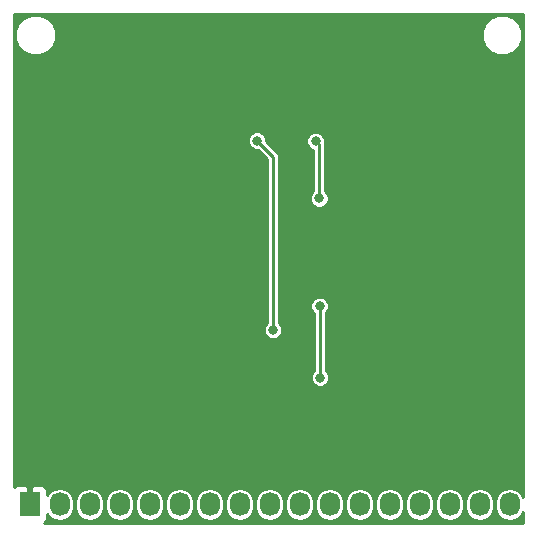
<source format=gbl>
G04 #@! TF.GenerationSoftware,KiCad,Pcbnew,(2017-01-24 revision 0b6147e)-makepkg*
G04 #@! TF.CreationDate,2017-10-03T08:04:23-07:00*
G04 #@! TF.ProjectId,OLED_1.5_128X128_breakout,4F4C45445F312E355F31323858313238,rev?*
G04 #@! TF.FileFunction,Copper,L2,Bot,Signal*
G04 #@! TF.FilePolarity,Positive*
%FSLAX46Y46*%
G04 Gerber Fmt 4.6, Leading zero omitted, Abs format (unit mm)*
G04 Created by KiCad (PCBNEW (2017-01-24 revision 0b6147e)-makepkg) date 10/03/17 08:04:23*
%MOMM*%
%LPD*%
G01*
G04 APERTURE LIST*
%ADD10C,0.100000*%
%ADD11R,1.727200X2.032000*%
%ADD12O,1.727200X2.032000*%
%ADD13C,0.800000*%
%ADD14C,0.254000*%
G04 APERTURE END LIST*
D10*
D11*
X51760000Y-89000000D03*
D12*
X54300000Y-89000000D03*
X56840000Y-89000000D03*
X59380000Y-89000000D03*
X61920000Y-89000000D03*
X64460000Y-89000000D03*
X67000000Y-89000000D03*
X69540000Y-89000000D03*
X72080000Y-89000000D03*
X74620000Y-89000000D03*
X77160000Y-89000000D03*
X79700000Y-89000000D03*
X82240000Y-89000000D03*
X84780000Y-89000000D03*
X87320000Y-89000000D03*
X89860000Y-89000000D03*
X92400000Y-89000000D03*
D13*
X80000000Y-60100000D03*
X63300000Y-60200000D03*
X78600000Y-61400000D03*
X63650000Y-70910000D03*
X81060000Y-67470000D03*
X78300000Y-67420000D03*
X57560000Y-66050000D03*
X66070000Y-66330000D03*
X57650000Y-69720000D03*
X57280000Y-62450000D03*
X59500000Y-83300000D03*
X54400000Y-80800000D03*
X76350000Y-78260000D03*
X76310000Y-72210000D03*
X76280000Y-63090000D03*
X75960000Y-58220000D03*
X72360000Y-74240000D03*
X71000000Y-58190000D03*
D14*
X81060000Y-67470000D02*
X81080000Y-67470000D01*
X66070000Y-66330000D02*
X66080000Y-66320000D01*
X76350000Y-72250000D02*
X76350000Y-78260000D01*
X76310000Y-72210000D02*
X76350000Y-72250000D01*
X76280000Y-58540000D02*
X76280000Y-63090000D01*
X75960000Y-58220000D02*
X76280000Y-58540000D01*
X72360000Y-59550000D02*
X72360000Y-74240000D01*
X71000000Y-58190000D02*
X72360000Y-59550000D01*
G36*
X93544000Y-88335173D02*
X93280065Y-87940166D01*
X92876288Y-87670371D01*
X92400000Y-87575631D01*
X91923712Y-87670371D01*
X91519935Y-87940166D01*
X91250140Y-88343943D01*
X91155400Y-88820231D01*
X91155400Y-89179769D01*
X91250140Y-89656057D01*
X91519935Y-90059834D01*
X91923712Y-90329629D01*
X92400000Y-90424369D01*
X92876288Y-90329629D01*
X93280065Y-90059834D01*
X93544000Y-89664827D01*
X93544000Y-90544000D01*
X52993626Y-90544000D01*
X53161927Y-90375698D01*
X53258600Y-90142309D01*
X53258600Y-89818379D01*
X53419935Y-90059834D01*
X53823712Y-90329629D01*
X54300000Y-90424369D01*
X54776288Y-90329629D01*
X55180065Y-90059834D01*
X55449860Y-89656057D01*
X55544600Y-89179769D01*
X55544600Y-88820231D01*
X55595400Y-88820231D01*
X55595400Y-89179769D01*
X55690140Y-89656057D01*
X55959935Y-90059834D01*
X56363712Y-90329629D01*
X56840000Y-90424369D01*
X57316288Y-90329629D01*
X57720065Y-90059834D01*
X57989860Y-89656057D01*
X58084600Y-89179769D01*
X58084600Y-88820231D01*
X58135400Y-88820231D01*
X58135400Y-89179769D01*
X58230140Y-89656057D01*
X58499935Y-90059834D01*
X58903712Y-90329629D01*
X59380000Y-90424369D01*
X59856288Y-90329629D01*
X60260065Y-90059834D01*
X60529860Y-89656057D01*
X60624600Y-89179769D01*
X60624600Y-88820231D01*
X60675400Y-88820231D01*
X60675400Y-89179769D01*
X60770140Y-89656057D01*
X61039935Y-90059834D01*
X61443712Y-90329629D01*
X61920000Y-90424369D01*
X62396288Y-90329629D01*
X62800065Y-90059834D01*
X63069860Y-89656057D01*
X63164600Y-89179769D01*
X63164600Y-88820231D01*
X63215400Y-88820231D01*
X63215400Y-89179769D01*
X63310140Y-89656057D01*
X63579935Y-90059834D01*
X63983712Y-90329629D01*
X64460000Y-90424369D01*
X64936288Y-90329629D01*
X65340065Y-90059834D01*
X65609860Y-89656057D01*
X65704600Y-89179769D01*
X65704600Y-88820231D01*
X65755400Y-88820231D01*
X65755400Y-89179769D01*
X65850140Y-89656057D01*
X66119935Y-90059834D01*
X66523712Y-90329629D01*
X67000000Y-90424369D01*
X67476288Y-90329629D01*
X67880065Y-90059834D01*
X68149860Y-89656057D01*
X68244600Y-89179769D01*
X68244600Y-88820231D01*
X68295400Y-88820231D01*
X68295400Y-89179769D01*
X68390140Y-89656057D01*
X68659935Y-90059834D01*
X69063712Y-90329629D01*
X69540000Y-90424369D01*
X70016288Y-90329629D01*
X70420065Y-90059834D01*
X70689860Y-89656057D01*
X70784600Y-89179769D01*
X70784600Y-88820231D01*
X70835400Y-88820231D01*
X70835400Y-89179769D01*
X70930140Y-89656057D01*
X71199935Y-90059834D01*
X71603712Y-90329629D01*
X72080000Y-90424369D01*
X72556288Y-90329629D01*
X72960065Y-90059834D01*
X73229860Y-89656057D01*
X73324600Y-89179769D01*
X73324600Y-88820231D01*
X73375400Y-88820231D01*
X73375400Y-89179769D01*
X73470140Y-89656057D01*
X73739935Y-90059834D01*
X74143712Y-90329629D01*
X74620000Y-90424369D01*
X75096288Y-90329629D01*
X75500065Y-90059834D01*
X75769860Y-89656057D01*
X75864600Y-89179769D01*
X75864600Y-88820231D01*
X75915400Y-88820231D01*
X75915400Y-89179769D01*
X76010140Y-89656057D01*
X76279935Y-90059834D01*
X76683712Y-90329629D01*
X77160000Y-90424369D01*
X77636288Y-90329629D01*
X78040065Y-90059834D01*
X78309860Y-89656057D01*
X78404600Y-89179769D01*
X78404600Y-88820231D01*
X78455400Y-88820231D01*
X78455400Y-89179769D01*
X78550140Y-89656057D01*
X78819935Y-90059834D01*
X79223712Y-90329629D01*
X79700000Y-90424369D01*
X80176288Y-90329629D01*
X80580065Y-90059834D01*
X80849860Y-89656057D01*
X80944600Y-89179769D01*
X80944600Y-88820231D01*
X80995400Y-88820231D01*
X80995400Y-89179769D01*
X81090140Y-89656057D01*
X81359935Y-90059834D01*
X81763712Y-90329629D01*
X82240000Y-90424369D01*
X82716288Y-90329629D01*
X83120065Y-90059834D01*
X83389860Y-89656057D01*
X83484600Y-89179769D01*
X83484600Y-88820231D01*
X83535400Y-88820231D01*
X83535400Y-89179769D01*
X83630140Y-89656057D01*
X83899935Y-90059834D01*
X84303712Y-90329629D01*
X84780000Y-90424369D01*
X85256288Y-90329629D01*
X85660065Y-90059834D01*
X85929860Y-89656057D01*
X86024600Y-89179769D01*
X86024600Y-88820231D01*
X86075400Y-88820231D01*
X86075400Y-89179769D01*
X86170140Y-89656057D01*
X86439935Y-90059834D01*
X86843712Y-90329629D01*
X87320000Y-90424369D01*
X87796288Y-90329629D01*
X88200065Y-90059834D01*
X88469860Y-89656057D01*
X88564600Y-89179769D01*
X88564600Y-88820231D01*
X88615400Y-88820231D01*
X88615400Y-89179769D01*
X88710140Y-89656057D01*
X88979935Y-90059834D01*
X89383712Y-90329629D01*
X89860000Y-90424369D01*
X90336288Y-90329629D01*
X90740065Y-90059834D01*
X91009860Y-89656057D01*
X91104600Y-89179769D01*
X91104600Y-88820231D01*
X91009860Y-88343943D01*
X90740065Y-87940166D01*
X90336288Y-87670371D01*
X89860000Y-87575631D01*
X89383712Y-87670371D01*
X88979935Y-87940166D01*
X88710140Y-88343943D01*
X88615400Y-88820231D01*
X88564600Y-88820231D01*
X88469860Y-88343943D01*
X88200065Y-87940166D01*
X87796288Y-87670371D01*
X87320000Y-87575631D01*
X86843712Y-87670371D01*
X86439935Y-87940166D01*
X86170140Y-88343943D01*
X86075400Y-88820231D01*
X86024600Y-88820231D01*
X85929860Y-88343943D01*
X85660065Y-87940166D01*
X85256288Y-87670371D01*
X84780000Y-87575631D01*
X84303712Y-87670371D01*
X83899935Y-87940166D01*
X83630140Y-88343943D01*
X83535400Y-88820231D01*
X83484600Y-88820231D01*
X83389860Y-88343943D01*
X83120065Y-87940166D01*
X82716288Y-87670371D01*
X82240000Y-87575631D01*
X81763712Y-87670371D01*
X81359935Y-87940166D01*
X81090140Y-88343943D01*
X80995400Y-88820231D01*
X80944600Y-88820231D01*
X80849860Y-88343943D01*
X80580065Y-87940166D01*
X80176288Y-87670371D01*
X79700000Y-87575631D01*
X79223712Y-87670371D01*
X78819935Y-87940166D01*
X78550140Y-88343943D01*
X78455400Y-88820231D01*
X78404600Y-88820231D01*
X78309860Y-88343943D01*
X78040065Y-87940166D01*
X77636288Y-87670371D01*
X77160000Y-87575631D01*
X76683712Y-87670371D01*
X76279935Y-87940166D01*
X76010140Y-88343943D01*
X75915400Y-88820231D01*
X75864600Y-88820231D01*
X75769860Y-88343943D01*
X75500065Y-87940166D01*
X75096288Y-87670371D01*
X74620000Y-87575631D01*
X74143712Y-87670371D01*
X73739935Y-87940166D01*
X73470140Y-88343943D01*
X73375400Y-88820231D01*
X73324600Y-88820231D01*
X73229860Y-88343943D01*
X72960065Y-87940166D01*
X72556288Y-87670371D01*
X72080000Y-87575631D01*
X71603712Y-87670371D01*
X71199935Y-87940166D01*
X70930140Y-88343943D01*
X70835400Y-88820231D01*
X70784600Y-88820231D01*
X70689860Y-88343943D01*
X70420065Y-87940166D01*
X70016288Y-87670371D01*
X69540000Y-87575631D01*
X69063712Y-87670371D01*
X68659935Y-87940166D01*
X68390140Y-88343943D01*
X68295400Y-88820231D01*
X68244600Y-88820231D01*
X68149860Y-88343943D01*
X67880065Y-87940166D01*
X67476288Y-87670371D01*
X67000000Y-87575631D01*
X66523712Y-87670371D01*
X66119935Y-87940166D01*
X65850140Y-88343943D01*
X65755400Y-88820231D01*
X65704600Y-88820231D01*
X65609860Y-88343943D01*
X65340065Y-87940166D01*
X64936288Y-87670371D01*
X64460000Y-87575631D01*
X63983712Y-87670371D01*
X63579935Y-87940166D01*
X63310140Y-88343943D01*
X63215400Y-88820231D01*
X63164600Y-88820231D01*
X63069860Y-88343943D01*
X62800065Y-87940166D01*
X62396288Y-87670371D01*
X61920000Y-87575631D01*
X61443712Y-87670371D01*
X61039935Y-87940166D01*
X60770140Y-88343943D01*
X60675400Y-88820231D01*
X60624600Y-88820231D01*
X60529860Y-88343943D01*
X60260065Y-87940166D01*
X59856288Y-87670371D01*
X59380000Y-87575631D01*
X58903712Y-87670371D01*
X58499935Y-87940166D01*
X58230140Y-88343943D01*
X58135400Y-88820231D01*
X58084600Y-88820231D01*
X57989860Y-88343943D01*
X57720065Y-87940166D01*
X57316288Y-87670371D01*
X56840000Y-87575631D01*
X56363712Y-87670371D01*
X55959935Y-87940166D01*
X55690140Y-88343943D01*
X55595400Y-88820231D01*
X55544600Y-88820231D01*
X55449860Y-88343943D01*
X55180065Y-87940166D01*
X54776288Y-87670371D01*
X54300000Y-87575631D01*
X53823712Y-87670371D01*
X53419935Y-87940166D01*
X53258600Y-88181621D01*
X53258600Y-87857691D01*
X53161927Y-87624302D01*
X52983299Y-87445673D01*
X52749910Y-87349000D01*
X52045750Y-87349000D01*
X51887000Y-87507750D01*
X51887000Y-88873000D01*
X51907000Y-88873000D01*
X51907000Y-89127000D01*
X51887000Y-89127000D01*
X51887000Y-89147000D01*
X51633000Y-89147000D01*
X51633000Y-89127000D01*
X51613000Y-89127000D01*
X51613000Y-88873000D01*
X51633000Y-88873000D01*
X51633000Y-87507750D01*
X51474250Y-87349000D01*
X50770090Y-87349000D01*
X50536701Y-87445673D01*
X50456000Y-87526374D01*
X50456000Y-58344669D01*
X70218864Y-58344669D01*
X70337514Y-58631823D01*
X70557021Y-58851714D01*
X70843968Y-58970864D01*
X71062635Y-58971055D01*
X71852000Y-59760421D01*
X71852000Y-73643575D01*
X71698286Y-73797021D01*
X71579136Y-74083968D01*
X71578864Y-74394669D01*
X71697514Y-74681823D01*
X71917021Y-74901714D01*
X72203968Y-75020864D01*
X72514669Y-75021136D01*
X72801823Y-74902486D01*
X73021714Y-74682979D01*
X73140864Y-74396032D01*
X73141136Y-74085331D01*
X73022486Y-73798177D01*
X72868000Y-73643421D01*
X72868000Y-72364669D01*
X75528864Y-72364669D01*
X75647514Y-72651823D01*
X75842000Y-72846649D01*
X75842000Y-77663575D01*
X75688286Y-77817021D01*
X75569136Y-78103968D01*
X75568864Y-78414669D01*
X75687514Y-78701823D01*
X75907021Y-78921714D01*
X76193968Y-79040864D01*
X76504669Y-79041136D01*
X76791823Y-78922486D01*
X77011714Y-78702979D01*
X77130864Y-78416032D01*
X77131136Y-78105331D01*
X77012486Y-77818177D01*
X76858000Y-77663421D01*
X76858000Y-72766494D01*
X76971714Y-72652979D01*
X77090864Y-72366032D01*
X77091136Y-72055331D01*
X76972486Y-71768177D01*
X76752979Y-71548286D01*
X76466032Y-71429136D01*
X76155331Y-71428864D01*
X75868177Y-71547514D01*
X75648286Y-71767021D01*
X75529136Y-72053968D01*
X75528864Y-72364669D01*
X72868000Y-72364669D01*
X72868000Y-59550000D01*
X72829331Y-59355597D01*
X72792790Y-59300910D01*
X72719210Y-59190789D01*
X71903090Y-58374669D01*
X75178864Y-58374669D01*
X75297514Y-58661823D01*
X75517021Y-58881714D01*
X75772000Y-58987590D01*
X75772000Y-62493575D01*
X75618286Y-62647021D01*
X75499136Y-62933968D01*
X75498864Y-63244669D01*
X75617514Y-63531823D01*
X75837021Y-63751714D01*
X76123968Y-63870864D01*
X76434669Y-63871136D01*
X76721823Y-63752486D01*
X76941714Y-63532979D01*
X77060864Y-63246032D01*
X77061136Y-62935331D01*
X76942486Y-62648177D01*
X76788000Y-62493421D01*
X76788000Y-58540000D01*
X76749331Y-58345597D01*
X76749331Y-58345596D01*
X76740902Y-58332981D01*
X76741136Y-58065331D01*
X76622486Y-57778177D01*
X76402979Y-57558286D01*
X76116032Y-57439136D01*
X75805331Y-57438864D01*
X75518177Y-57557514D01*
X75298286Y-57777021D01*
X75179136Y-58063968D01*
X75178864Y-58374669D01*
X71903090Y-58374669D01*
X71780946Y-58252526D01*
X71781136Y-58035331D01*
X71662486Y-57748177D01*
X71442979Y-57528286D01*
X71156032Y-57409136D01*
X70845331Y-57408864D01*
X70558177Y-57527514D01*
X70338286Y-57747021D01*
X70219136Y-58033968D01*
X70218864Y-58344669D01*
X50456000Y-58344669D01*
X50456000Y-49592807D01*
X50518700Y-49592807D01*
X50781674Y-50229252D01*
X51268187Y-50716614D01*
X51904172Y-50980699D01*
X52592807Y-50981300D01*
X53229252Y-50718326D01*
X53716614Y-50231813D01*
X53980699Y-49595828D01*
X53980701Y-49592807D01*
X90018700Y-49592807D01*
X90281674Y-50229252D01*
X90768187Y-50716614D01*
X91404172Y-50980699D01*
X92092807Y-50981300D01*
X92729252Y-50718326D01*
X93216614Y-50231813D01*
X93480699Y-49595828D01*
X93481300Y-48907193D01*
X93218326Y-48270748D01*
X92731813Y-47783386D01*
X92095828Y-47519301D01*
X91407193Y-47518700D01*
X90770748Y-47781674D01*
X90283386Y-48268187D01*
X90019301Y-48904172D01*
X90018700Y-49592807D01*
X53980701Y-49592807D01*
X53981300Y-48907193D01*
X53718326Y-48270748D01*
X53231813Y-47783386D01*
X52595828Y-47519301D01*
X51907193Y-47518700D01*
X51270748Y-47781674D01*
X50783386Y-48268187D01*
X50519301Y-48904172D01*
X50518700Y-49592807D01*
X50456000Y-49592807D01*
X50456000Y-47456000D01*
X93544000Y-47456000D01*
X93544000Y-88335173D01*
X93544000Y-88335173D01*
G37*
X93544000Y-88335173D02*
X93280065Y-87940166D01*
X92876288Y-87670371D01*
X92400000Y-87575631D01*
X91923712Y-87670371D01*
X91519935Y-87940166D01*
X91250140Y-88343943D01*
X91155400Y-88820231D01*
X91155400Y-89179769D01*
X91250140Y-89656057D01*
X91519935Y-90059834D01*
X91923712Y-90329629D01*
X92400000Y-90424369D01*
X92876288Y-90329629D01*
X93280065Y-90059834D01*
X93544000Y-89664827D01*
X93544000Y-90544000D01*
X52993626Y-90544000D01*
X53161927Y-90375698D01*
X53258600Y-90142309D01*
X53258600Y-89818379D01*
X53419935Y-90059834D01*
X53823712Y-90329629D01*
X54300000Y-90424369D01*
X54776288Y-90329629D01*
X55180065Y-90059834D01*
X55449860Y-89656057D01*
X55544600Y-89179769D01*
X55544600Y-88820231D01*
X55595400Y-88820231D01*
X55595400Y-89179769D01*
X55690140Y-89656057D01*
X55959935Y-90059834D01*
X56363712Y-90329629D01*
X56840000Y-90424369D01*
X57316288Y-90329629D01*
X57720065Y-90059834D01*
X57989860Y-89656057D01*
X58084600Y-89179769D01*
X58084600Y-88820231D01*
X58135400Y-88820231D01*
X58135400Y-89179769D01*
X58230140Y-89656057D01*
X58499935Y-90059834D01*
X58903712Y-90329629D01*
X59380000Y-90424369D01*
X59856288Y-90329629D01*
X60260065Y-90059834D01*
X60529860Y-89656057D01*
X60624600Y-89179769D01*
X60624600Y-88820231D01*
X60675400Y-88820231D01*
X60675400Y-89179769D01*
X60770140Y-89656057D01*
X61039935Y-90059834D01*
X61443712Y-90329629D01*
X61920000Y-90424369D01*
X62396288Y-90329629D01*
X62800065Y-90059834D01*
X63069860Y-89656057D01*
X63164600Y-89179769D01*
X63164600Y-88820231D01*
X63215400Y-88820231D01*
X63215400Y-89179769D01*
X63310140Y-89656057D01*
X63579935Y-90059834D01*
X63983712Y-90329629D01*
X64460000Y-90424369D01*
X64936288Y-90329629D01*
X65340065Y-90059834D01*
X65609860Y-89656057D01*
X65704600Y-89179769D01*
X65704600Y-88820231D01*
X65755400Y-88820231D01*
X65755400Y-89179769D01*
X65850140Y-89656057D01*
X66119935Y-90059834D01*
X66523712Y-90329629D01*
X67000000Y-90424369D01*
X67476288Y-90329629D01*
X67880065Y-90059834D01*
X68149860Y-89656057D01*
X68244600Y-89179769D01*
X68244600Y-88820231D01*
X68295400Y-88820231D01*
X68295400Y-89179769D01*
X68390140Y-89656057D01*
X68659935Y-90059834D01*
X69063712Y-90329629D01*
X69540000Y-90424369D01*
X70016288Y-90329629D01*
X70420065Y-90059834D01*
X70689860Y-89656057D01*
X70784600Y-89179769D01*
X70784600Y-88820231D01*
X70835400Y-88820231D01*
X70835400Y-89179769D01*
X70930140Y-89656057D01*
X71199935Y-90059834D01*
X71603712Y-90329629D01*
X72080000Y-90424369D01*
X72556288Y-90329629D01*
X72960065Y-90059834D01*
X73229860Y-89656057D01*
X73324600Y-89179769D01*
X73324600Y-88820231D01*
X73375400Y-88820231D01*
X73375400Y-89179769D01*
X73470140Y-89656057D01*
X73739935Y-90059834D01*
X74143712Y-90329629D01*
X74620000Y-90424369D01*
X75096288Y-90329629D01*
X75500065Y-90059834D01*
X75769860Y-89656057D01*
X75864600Y-89179769D01*
X75864600Y-88820231D01*
X75915400Y-88820231D01*
X75915400Y-89179769D01*
X76010140Y-89656057D01*
X76279935Y-90059834D01*
X76683712Y-90329629D01*
X77160000Y-90424369D01*
X77636288Y-90329629D01*
X78040065Y-90059834D01*
X78309860Y-89656057D01*
X78404600Y-89179769D01*
X78404600Y-88820231D01*
X78455400Y-88820231D01*
X78455400Y-89179769D01*
X78550140Y-89656057D01*
X78819935Y-90059834D01*
X79223712Y-90329629D01*
X79700000Y-90424369D01*
X80176288Y-90329629D01*
X80580065Y-90059834D01*
X80849860Y-89656057D01*
X80944600Y-89179769D01*
X80944600Y-88820231D01*
X80995400Y-88820231D01*
X80995400Y-89179769D01*
X81090140Y-89656057D01*
X81359935Y-90059834D01*
X81763712Y-90329629D01*
X82240000Y-90424369D01*
X82716288Y-90329629D01*
X83120065Y-90059834D01*
X83389860Y-89656057D01*
X83484600Y-89179769D01*
X83484600Y-88820231D01*
X83535400Y-88820231D01*
X83535400Y-89179769D01*
X83630140Y-89656057D01*
X83899935Y-90059834D01*
X84303712Y-90329629D01*
X84780000Y-90424369D01*
X85256288Y-90329629D01*
X85660065Y-90059834D01*
X85929860Y-89656057D01*
X86024600Y-89179769D01*
X86024600Y-88820231D01*
X86075400Y-88820231D01*
X86075400Y-89179769D01*
X86170140Y-89656057D01*
X86439935Y-90059834D01*
X86843712Y-90329629D01*
X87320000Y-90424369D01*
X87796288Y-90329629D01*
X88200065Y-90059834D01*
X88469860Y-89656057D01*
X88564600Y-89179769D01*
X88564600Y-88820231D01*
X88615400Y-88820231D01*
X88615400Y-89179769D01*
X88710140Y-89656057D01*
X88979935Y-90059834D01*
X89383712Y-90329629D01*
X89860000Y-90424369D01*
X90336288Y-90329629D01*
X90740065Y-90059834D01*
X91009860Y-89656057D01*
X91104600Y-89179769D01*
X91104600Y-88820231D01*
X91009860Y-88343943D01*
X90740065Y-87940166D01*
X90336288Y-87670371D01*
X89860000Y-87575631D01*
X89383712Y-87670371D01*
X88979935Y-87940166D01*
X88710140Y-88343943D01*
X88615400Y-88820231D01*
X88564600Y-88820231D01*
X88469860Y-88343943D01*
X88200065Y-87940166D01*
X87796288Y-87670371D01*
X87320000Y-87575631D01*
X86843712Y-87670371D01*
X86439935Y-87940166D01*
X86170140Y-88343943D01*
X86075400Y-88820231D01*
X86024600Y-88820231D01*
X85929860Y-88343943D01*
X85660065Y-87940166D01*
X85256288Y-87670371D01*
X84780000Y-87575631D01*
X84303712Y-87670371D01*
X83899935Y-87940166D01*
X83630140Y-88343943D01*
X83535400Y-88820231D01*
X83484600Y-88820231D01*
X83389860Y-88343943D01*
X83120065Y-87940166D01*
X82716288Y-87670371D01*
X82240000Y-87575631D01*
X81763712Y-87670371D01*
X81359935Y-87940166D01*
X81090140Y-88343943D01*
X80995400Y-88820231D01*
X80944600Y-88820231D01*
X80849860Y-88343943D01*
X80580065Y-87940166D01*
X80176288Y-87670371D01*
X79700000Y-87575631D01*
X79223712Y-87670371D01*
X78819935Y-87940166D01*
X78550140Y-88343943D01*
X78455400Y-88820231D01*
X78404600Y-88820231D01*
X78309860Y-88343943D01*
X78040065Y-87940166D01*
X77636288Y-87670371D01*
X77160000Y-87575631D01*
X76683712Y-87670371D01*
X76279935Y-87940166D01*
X76010140Y-88343943D01*
X75915400Y-88820231D01*
X75864600Y-88820231D01*
X75769860Y-88343943D01*
X75500065Y-87940166D01*
X75096288Y-87670371D01*
X74620000Y-87575631D01*
X74143712Y-87670371D01*
X73739935Y-87940166D01*
X73470140Y-88343943D01*
X73375400Y-88820231D01*
X73324600Y-88820231D01*
X73229860Y-88343943D01*
X72960065Y-87940166D01*
X72556288Y-87670371D01*
X72080000Y-87575631D01*
X71603712Y-87670371D01*
X71199935Y-87940166D01*
X70930140Y-88343943D01*
X70835400Y-88820231D01*
X70784600Y-88820231D01*
X70689860Y-88343943D01*
X70420065Y-87940166D01*
X70016288Y-87670371D01*
X69540000Y-87575631D01*
X69063712Y-87670371D01*
X68659935Y-87940166D01*
X68390140Y-88343943D01*
X68295400Y-88820231D01*
X68244600Y-88820231D01*
X68149860Y-88343943D01*
X67880065Y-87940166D01*
X67476288Y-87670371D01*
X67000000Y-87575631D01*
X66523712Y-87670371D01*
X66119935Y-87940166D01*
X65850140Y-88343943D01*
X65755400Y-88820231D01*
X65704600Y-88820231D01*
X65609860Y-88343943D01*
X65340065Y-87940166D01*
X64936288Y-87670371D01*
X64460000Y-87575631D01*
X63983712Y-87670371D01*
X63579935Y-87940166D01*
X63310140Y-88343943D01*
X63215400Y-88820231D01*
X63164600Y-88820231D01*
X63069860Y-88343943D01*
X62800065Y-87940166D01*
X62396288Y-87670371D01*
X61920000Y-87575631D01*
X61443712Y-87670371D01*
X61039935Y-87940166D01*
X60770140Y-88343943D01*
X60675400Y-88820231D01*
X60624600Y-88820231D01*
X60529860Y-88343943D01*
X60260065Y-87940166D01*
X59856288Y-87670371D01*
X59380000Y-87575631D01*
X58903712Y-87670371D01*
X58499935Y-87940166D01*
X58230140Y-88343943D01*
X58135400Y-88820231D01*
X58084600Y-88820231D01*
X57989860Y-88343943D01*
X57720065Y-87940166D01*
X57316288Y-87670371D01*
X56840000Y-87575631D01*
X56363712Y-87670371D01*
X55959935Y-87940166D01*
X55690140Y-88343943D01*
X55595400Y-88820231D01*
X55544600Y-88820231D01*
X55449860Y-88343943D01*
X55180065Y-87940166D01*
X54776288Y-87670371D01*
X54300000Y-87575631D01*
X53823712Y-87670371D01*
X53419935Y-87940166D01*
X53258600Y-88181621D01*
X53258600Y-87857691D01*
X53161927Y-87624302D01*
X52983299Y-87445673D01*
X52749910Y-87349000D01*
X52045750Y-87349000D01*
X51887000Y-87507750D01*
X51887000Y-88873000D01*
X51907000Y-88873000D01*
X51907000Y-89127000D01*
X51887000Y-89127000D01*
X51887000Y-89147000D01*
X51633000Y-89147000D01*
X51633000Y-89127000D01*
X51613000Y-89127000D01*
X51613000Y-88873000D01*
X51633000Y-88873000D01*
X51633000Y-87507750D01*
X51474250Y-87349000D01*
X50770090Y-87349000D01*
X50536701Y-87445673D01*
X50456000Y-87526374D01*
X50456000Y-58344669D01*
X70218864Y-58344669D01*
X70337514Y-58631823D01*
X70557021Y-58851714D01*
X70843968Y-58970864D01*
X71062635Y-58971055D01*
X71852000Y-59760421D01*
X71852000Y-73643575D01*
X71698286Y-73797021D01*
X71579136Y-74083968D01*
X71578864Y-74394669D01*
X71697514Y-74681823D01*
X71917021Y-74901714D01*
X72203968Y-75020864D01*
X72514669Y-75021136D01*
X72801823Y-74902486D01*
X73021714Y-74682979D01*
X73140864Y-74396032D01*
X73141136Y-74085331D01*
X73022486Y-73798177D01*
X72868000Y-73643421D01*
X72868000Y-72364669D01*
X75528864Y-72364669D01*
X75647514Y-72651823D01*
X75842000Y-72846649D01*
X75842000Y-77663575D01*
X75688286Y-77817021D01*
X75569136Y-78103968D01*
X75568864Y-78414669D01*
X75687514Y-78701823D01*
X75907021Y-78921714D01*
X76193968Y-79040864D01*
X76504669Y-79041136D01*
X76791823Y-78922486D01*
X77011714Y-78702979D01*
X77130864Y-78416032D01*
X77131136Y-78105331D01*
X77012486Y-77818177D01*
X76858000Y-77663421D01*
X76858000Y-72766494D01*
X76971714Y-72652979D01*
X77090864Y-72366032D01*
X77091136Y-72055331D01*
X76972486Y-71768177D01*
X76752979Y-71548286D01*
X76466032Y-71429136D01*
X76155331Y-71428864D01*
X75868177Y-71547514D01*
X75648286Y-71767021D01*
X75529136Y-72053968D01*
X75528864Y-72364669D01*
X72868000Y-72364669D01*
X72868000Y-59550000D01*
X72829331Y-59355597D01*
X72792790Y-59300910D01*
X72719210Y-59190789D01*
X71903090Y-58374669D01*
X75178864Y-58374669D01*
X75297514Y-58661823D01*
X75517021Y-58881714D01*
X75772000Y-58987590D01*
X75772000Y-62493575D01*
X75618286Y-62647021D01*
X75499136Y-62933968D01*
X75498864Y-63244669D01*
X75617514Y-63531823D01*
X75837021Y-63751714D01*
X76123968Y-63870864D01*
X76434669Y-63871136D01*
X76721823Y-63752486D01*
X76941714Y-63532979D01*
X77060864Y-63246032D01*
X77061136Y-62935331D01*
X76942486Y-62648177D01*
X76788000Y-62493421D01*
X76788000Y-58540000D01*
X76749331Y-58345597D01*
X76749331Y-58345596D01*
X76740902Y-58332981D01*
X76741136Y-58065331D01*
X76622486Y-57778177D01*
X76402979Y-57558286D01*
X76116032Y-57439136D01*
X75805331Y-57438864D01*
X75518177Y-57557514D01*
X75298286Y-57777021D01*
X75179136Y-58063968D01*
X75178864Y-58374669D01*
X71903090Y-58374669D01*
X71780946Y-58252526D01*
X71781136Y-58035331D01*
X71662486Y-57748177D01*
X71442979Y-57528286D01*
X71156032Y-57409136D01*
X70845331Y-57408864D01*
X70558177Y-57527514D01*
X70338286Y-57747021D01*
X70219136Y-58033968D01*
X70218864Y-58344669D01*
X50456000Y-58344669D01*
X50456000Y-49592807D01*
X50518700Y-49592807D01*
X50781674Y-50229252D01*
X51268187Y-50716614D01*
X51904172Y-50980699D01*
X52592807Y-50981300D01*
X53229252Y-50718326D01*
X53716614Y-50231813D01*
X53980699Y-49595828D01*
X53980701Y-49592807D01*
X90018700Y-49592807D01*
X90281674Y-50229252D01*
X90768187Y-50716614D01*
X91404172Y-50980699D01*
X92092807Y-50981300D01*
X92729252Y-50718326D01*
X93216614Y-50231813D01*
X93480699Y-49595828D01*
X93481300Y-48907193D01*
X93218326Y-48270748D01*
X92731813Y-47783386D01*
X92095828Y-47519301D01*
X91407193Y-47518700D01*
X90770748Y-47781674D01*
X90283386Y-48268187D01*
X90019301Y-48904172D01*
X90018700Y-49592807D01*
X53980701Y-49592807D01*
X53981300Y-48907193D01*
X53718326Y-48270748D01*
X53231813Y-47783386D01*
X52595828Y-47519301D01*
X51907193Y-47518700D01*
X51270748Y-47781674D01*
X50783386Y-48268187D01*
X50519301Y-48904172D01*
X50518700Y-49592807D01*
X50456000Y-49592807D01*
X50456000Y-47456000D01*
X93544000Y-47456000D01*
X93544000Y-88335173D01*
M02*

</source>
